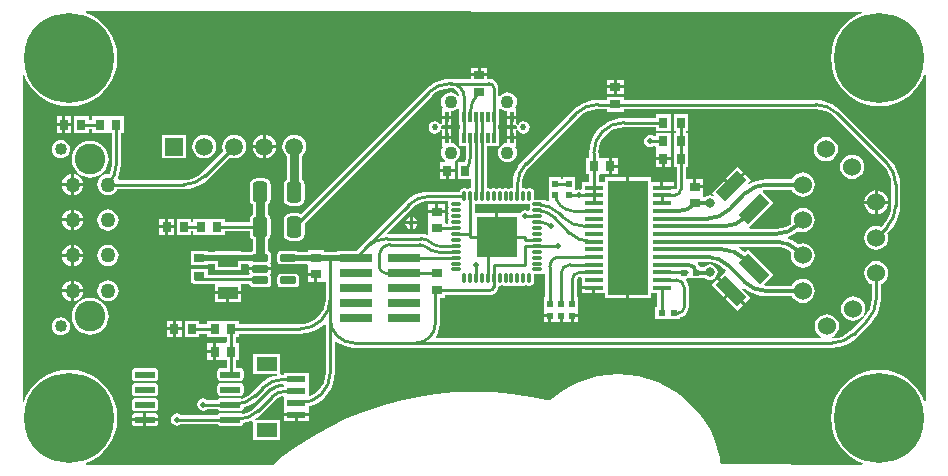
<source format=gtl>
G04*
G04 #@! TF.GenerationSoftware,Altium Limited,CircuitStudio,1.5.2 (30)*
G04*
G04 Layer_Physical_Order=1*
G04 Layer_Color=11767835*
%FSLAX25Y25*%
%MOIN*%
G70*
G01*
G75*
%ADD10C,0.01000*%
%ADD11C,0.01378*%
%ADD12R,0.10866X0.02559*%
%ADD13R,0.03150X0.03543*%
G04:AMPARAMS|DCode=14|XSize=67.72mil|YSize=23.23mil|CornerRadius=2.9mil|HoleSize=0mil|Usage=FLASHONLY|Rotation=0.000|XOffset=0mil|YOffset=0mil|HoleType=Round|Shape=RoundedRectangle|*
%AMROUNDEDRECTD14*
21,1,0.06772,0.01742,0,0,0.0*
21,1,0.06191,0.02323,0,0,0.0*
1,1,0.00581,0.03096,-0.00871*
1,1,0.00581,-0.03096,-0.00871*
1,1,0.00581,-0.03096,0.00871*
1,1,0.00581,0.03096,0.00871*
%
%ADD14ROUNDEDRECTD14*%
%ADD15R,0.01181X0.03425*%
%ADD16R,0.02756X0.03543*%
G04:AMPARAMS|DCode=17|XSize=102.36mil|YSize=43.31mil|CornerRadius=0mil|HoleSize=0mil|Usage=FLASHONLY|Rotation=315.000|XOffset=0mil|YOffset=0mil|HoleType=Round|Shape=Rectangle|*
%AMROTATEDRECTD17*
4,1,4,-0.05150,0.02088,-0.02088,0.05150,0.05150,-0.02088,0.02088,-0.05150,-0.05150,0.02088,0.0*
%
%ADD17ROTATEDRECTD17*%

G04:AMPARAMS|DCode=18|XSize=102.36mil|YSize=43.31mil|CornerRadius=0mil|HoleSize=0mil|Usage=FLASHONLY|Rotation=225.000|XOffset=0mil|YOffset=0mil|HoleType=Round|Shape=Rectangle|*
%AMROTATEDRECTD18*
4,1,4,0.02088,0.05150,0.05150,0.02088,-0.02088,-0.05150,-0.05150,-0.02088,0.02088,0.05150,0.0*
%
%ADD18ROTATEDRECTD18*%

%ADD19R,0.13386X0.38189*%
%ADD20R,0.06181X0.01614*%
%ADD21R,0.01969X0.02362*%
%ADD22R,0.03543X0.02756*%
%ADD23R,0.03543X0.03150*%
G04:AMPARAMS|DCode=24|XSize=71.65mil|YSize=48.82mil|CornerRadius=12.21mil|HoleSize=0mil|Usage=FLASHONLY|Rotation=90.000|XOffset=0mil|YOffset=0mil|HoleType=Round|Shape=RoundedRectangle|*
%AMROUNDEDRECTD24*
21,1,0.07165,0.02441,0,0,90.0*
21,1,0.04724,0.04882,0,0,90.0*
1,1,0.02441,0.01221,0.02362*
1,1,0.02441,0.01221,-0.02362*
1,1,0.02441,-0.01221,-0.02362*
1,1,0.02441,-0.01221,0.02362*
%
%ADD24ROUNDEDRECTD24*%
%ADD25R,0.06693X0.04331*%
%ADD26R,0.13780X0.13780*%
G04:AMPARAMS|DCode=27|XSize=31.89mil|YSize=10.24mil|CornerRadius=1.28mil|HoleSize=0mil|Usage=FLASHONLY|Rotation=90.000|XOffset=0mil|YOffset=0mil|HoleType=Round|Shape=RoundedRectangle|*
%AMROUNDEDRECTD27*
21,1,0.03189,0.00768,0,0,90.0*
21,1,0.02933,0.01024,0,0,90.0*
1,1,0.00256,0.00384,0.01467*
1,1,0.00256,0.00384,-0.01467*
1,1,0.00256,-0.00384,-0.01467*
1,1,0.00256,-0.00384,0.01467*
%
%ADD27ROUNDEDRECTD27*%
G04:AMPARAMS|DCode=28|XSize=10.24mil|YSize=31.89mil|CornerRadius=1.28mil|HoleSize=0mil|Usage=FLASHONLY|Rotation=90.000|XOffset=0mil|YOffset=0mil|HoleType=Round|Shape=RoundedRectangle|*
%AMROUNDEDRECTD28*
21,1,0.01024,0.02933,0,0,90.0*
21,1,0.00768,0.03189,0,0,90.0*
1,1,0.00256,0.01467,0.00384*
1,1,0.00256,0.01467,-0.00384*
1,1,0.00256,-0.01467,-0.00384*
1,1,0.00256,-0.01467,0.00384*
%
%ADD28ROUNDEDRECTD28*%
G04:AMPARAMS|DCode=29|XSize=23.62mil|YSize=53.15mil|CornerRadius=1.77mil|HoleSize=0mil|Usage=FLASHONLY|Rotation=270.000|XOffset=0mil|YOffset=0mil|HoleType=Round|Shape=RoundedRectangle|*
%AMROUNDEDRECTD29*
21,1,0.02362,0.04961,0,0,270.0*
21,1,0.02008,0.05315,0,0,270.0*
1,1,0.00354,-0.02480,-0.01004*
1,1,0.00354,-0.02480,0.01004*
1,1,0.00354,0.02480,0.01004*
1,1,0.00354,0.02480,-0.01004*
%
%ADD29ROUNDEDRECTD29*%
%ADD30R,0.02362X0.01969*%
%ADD31R,0.07087X0.04724*%
%ADD32R,0.06102X0.02362*%
%ADD33C,0.02000*%
%ADD34C,0.03000*%
%ADD35C,0.02047*%
%ADD36C,0.04331*%
%ADD37C,0.06000*%
%ADD38C,0.05906*%
%ADD39R,0.05906X0.05906*%
%ADD40C,0.05000*%
%ADD41C,0.04016*%
%ADD42C,0.10236*%
%ADD43C,0.30000*%
%ADD44C,0.01969*%
%ADD45C,0.04000*%
%ADD46C,0.03150*%
G36*
X468810Y548502D02*
X468909Y548002D01*
X467214Y547300D01*
X465066Y545984D01*
X463151Y544349D01*
X461516Y542434D01*
X460200Y540286D01*
X459236Y537960D01*
X458648Y535511D01*
X458451Y533000D01*
X458648Y530489D01*
X459236Y528041D01*
X460200Y525714D01*
X461516Y523566D01*
X463151Y521651D01*
X465066Y520016D01*
X467214Y518700D01*
X469541Y517736D01*
X471989Y517148D01*
X474500Y516951D01*
X477011Y517148D01*
X479460Y517736D01*
X481786Y518700D01*
X483934Y520016D01*
X485849Y521651D01*
X487484Y523566D01*
X488800Y525714D01*
X489501Y527407D01*
X490001Y527307D01*
Y418693D01*
X489501Y418593D01*
X488800Y420286D01*
X487484Y422434D01*
X485849Y424349D01*
X483934Y425984D01*
X481786Y427300D01*
X479460Y428264D01*
X477011Y428852D01*
X474500Y429049D01*
X471989Y428852D01*
X469541Y428264D01*
X467214Y427300D01*
X465066Y425984D01*
X463151Y424349D01*
X461516Y422434D01*
X460200Y420286D01*
X459236Y417959D01*
X458648Y415511D01*
X458451Y413000D01*
X458648Y410489D01*
X459236Y408040D01*
X460200Y405714D01*
X461516Y403566D01*
X463151Y401651D01*
X465066Y400016D01*
X467214Y398700D01*
X468977Y397970D01*
X468877Y397470D01*
X422099Y397574D01*
Y397574D01*
X422099D01*
X421832Y397702D01*
X421604Y398003D01*
X421603Y398006D01*
X421534Y398475D01*
X421347Y399733D01*
X420524Y403018D01*
X419383Y406207D01*
X417935Y409268D01*
X416194Y412173D01*
X414177Y414893D01*
X411903Y417403D01*
X409393Y419677D01*
X406673Y421694D01*
X403768Y423435D01*
X400706Y424883D01*
X397518Y426024D01*
X394233Y426847D01*
X390882Y427344D01*
X387500Y427510D01*
X384117Y427344D01*
X380767Y426847D01*
X377482Y426024D01*
X374293Y424883D01*
X371232Y423435D01*
X368327Y421694D01*
X365607Y419677D01*
X364806Y418951D01*
X364442Y418869D01*
X364304Y418849D01*
X363843Y418948D01*
X358397Y420117D01*
X352136Y421069D01*
X345830Y421642D01*
X339500Y421834D01*
X333170Y421642D01*
X326864Y421069D01*
X320603Y420117D01*
X314412Y418787D01*
X308312Y417087D01*
X302326Y415021D01*
X296475Y412598D01*
X290781Y409826D01*
X285266Y406715D01*
X279948Y403276D01*
X274847Y399523D01*
X273461Y398368D01*
X273095Y398064D01*
X273095Y398064D01*
D01*
X273061Y397937D01*
X272906Y397584D01*
X272600Y397457D01*
X210082Y397452D01*
X209982Y397953D01*
X211786Y398700D01*
X213934Y400016D01*
X215849Y401651D01*
X217484Y403566D01*
X218800Y405714D01*
X219764Y408040D01*
X220352Y410489D01*
X220549Y413000D01*
X220352Y415511D01*
X219764Y417959D01*
X218800Y420286D01*
X217484Y422434D01*
X215849Y424349D01*
X213934Y425984D01*
X211786Y427300D01*
X209459Y428264D01*
X207011Y428852D01*
X204500Y429049D01*
X201989Y428852D01*
X199540Y428264D01*
X197214Y427300D01*
X195066Y425984D01*
X193151Y424349D01*
X191516Y422434D01*
X190200Y420286D01*
X189453Y418483D01*
X188953Y418582D01*
X188996Y527313D01*
X189496Y527412D01*
X190200Y525714D01*
X191516Y523566D01*
X193151Y521651D01*
X195066Y520016D01*
X197214Y518700D01*
X199540Y517736D01*
X201989Y517148D01*
X204500Y516951D01*
X207011Y517148D01*
X209459Y517736D01*
X211786Y518700D01*
X213934Y520016D01*
X215849Y521651D01*
X217484Y523566D01*
X218800Y525714D01*
X219764Y528041D01*
X220352Y530489D01*
X220549Y533000D01*
X220352Y535511D01*
X219764Y537960D01*
X218800Y540286D01*
X217484Y542434D01*
X215849Y544349D01*
X213934Y545984D01*
X211786Y547300D01*
X209980Y548048D01*
X210079Y548548D01*
X468810Y548502D01*
D02*
G37*
%LPC*%
G36*
X217400Y470711D02*
X216486Y470591D01*
X215635Y470238D01*
X214904Y469677D01*
X214343Y468946D01*
X213990Y468095D01*
X213870Y467181D01*
X213990Y466267D01*
X214343Y465416D01*
X214904Y464685D01*
X215635Y464124D01*
X216486Y463771D01*
X217400Y463651D01*
X218314Y463771D01*
X219165Y464124D01*
X219896Y464685D01*
X220457Y465416D01*
X220810Y466267D01*
X220930Y467181D01*
X220810Y468095D01*
X220457Y468946D01*
X219896Y469677D01*
X219165Y470238D01*
X218314Y470591D01*
X217400Y470711D01*
D02*
G37*
G36*
X286200Y460444D02*
X283928D01*
Y458369D01*
X286200D01*
Y460444D01*
D02*
G37*
G36*
X205100Y470654D02*
X204686Y470600D01*
X203835Y470247D01*
X203104Y469686D01*
X202543Y468955D01*
X202190Y468104D01*
X202136Y467690D01*
X205100D01*
Y470654D01*
D02*
G37*
G36*
X209064Y466690D02*
X206100D01*
Y463726D01*
X206514Y463780D01*
X207365Y464133D01*
X208096Y464694D01*
X208657Y465425D01*
X209010Y466276D01*
X209064Y466690D01*
D02*
G37*
G36*
X205100D02*
X202136D01*
X202190Y466276D01*
X202543Y465425D01*
X203104Y464694D01*
X203835Y464133D01*
X204686Y463780D01*
X205100Y463726D01*
Y466690D01*
D02*
G37*
G36*
X280010Y461148D02*
X275050D01*
X274590Y461057D01*
X274201Y460797D01*
X273941Y460407D01*
X273849Y459948D01*
Y457940D01*
X273941Y457481D01*
X274201Y457092D01*
X274590Y456832D01*
X275050Y456740D01*
X280010D01*
X280470Y456832D01*
X280859Y457092D01*
X281119Y457481D01*
X281211Y457940D01*
Y459948D01*
X281119Y460407D01*
X280859Y460797D01*
X280470Y461057D01*
X280010Y461148D01*
D02*
G37*
G36*
X378901Y455966D02*
X375310D01*
Y454659D01*
X378901D01*
Y455966D01*
D02*
G37*
G36*
X420562Y459214D02*
X418677Y457330D01*
X422650Y453357D01*
X424535Y455242D01*
X420562Y459214D01*
D02*
G37*
G36*
X209064Y454870D02*
X206100D01*
Y451906D01*
X206514Y451960D01*
X207365Y452313D01*
X208096Y452874D01*
X208657Y453605D01*
X209010Y454456D01*
X209064Y454870D01*
D02*
G37*
G36*
X250672Y462700D02*
X245129D01*
Y459896D01*
X245087Y459832D01*
X244971Y459247D01*
X245087Y458662D01*
X245129Y458599D01*
Y457944D01*
X245751D01*
X245915Y457834D01*
X246500Y457718D01*
X253054D01*
Y455310D01*
X261747D01*
Y457718D01*
X264564D01*
X264611Y457481D01*
X264871Y457092D01*
X265260Y456832D01*
X265720Y456740D01*
X270680D01*
X271140Y456832D01*
X271529Y457092D01*
X271789Y457481D01*
X271881Y457940D01*
Y459948D01*
X271789Y460407D01*
X271529Y460797D01*
Y460832D01*
X271789Y461221D01*
X271881Y461681D01*
Y462184D01*
X268200D01*
X264519D01*
Y461681D01*
X264600Y461277D01*
X264573Y461166D01*
X264306Y460777D01*
X250672D01*
Y462700D01*
D02*
G37*
G36*
X206100Y458834D02*
Y455870D01*
X209064D01*
X209010Y456284D01*
X208657Y457135D01*
X208096Y457866D01*
X207365Y458427D01*
X206514Y458780D01*
X206100Y458834D01*
D02*
G37*
G36*
X205100Y458834D02*
X204686Y458780D01*
X203835Y458427D01*
X203104Y457866D01*
X202543Y457135D01*
X202190Y456284D01*
X202136Y455870D01*
X205100D01*
Y458834D01*
D02*
G37*
G36*
X206100Y470654D02*
Y467690D01*
X209064D01*
X209010Y468104D01*
X208657Y468955D01*
X208096Y469686D01*
X207365Y470247D01*
X206514Y470600D01*
X206100Y470654D01*
D02*
G37*
G36*
X205100Y482474D02*
X204686Y482420D01*
X203835Y482067D01*
X203104Y481506D01*
X202543Y480775D01*
X202190Y479924D01*
X202136Y479510D01*
X205100D01*
Y482474D01*
D02*
G37*
G36*
X269421Y492972D02*
X266980D01*
X266113Y492800D01*
X265379Y492309D01*
X264888Y491574D01*
X264716Y490708D01*
Y485984D01*
X264888Y485117D01*
X265379Y484383D01*
X265651Y484201D01*
Y480847D01*
X265379Y480665D01*
X264888Y479931D01*
X264716Y479064D01*
Y478232D01*
X256453D01*
Y479474D01*
X251441D01*
X251303Y479474D01*
X251122D01*
X250941D01*
X250803Y479474D01*
X245791D01*
Y478232D01*
X245231D01*
Y479474D01*
X240475D01*
Y473931D01*
X245231D01*
Y475173D01*
X245791D01*
Y473931D01*
X250803D01*
X250941Y473931D01*
X251122D01*
X251303D01*
X251441Y473931D01*
X256453D01*
Y475173D01*
X264716D01*
Y474340D01*
X264888Y473474D01*
X265379Y472740D01*
X265651Y472557D01*
Y468615D01*
X265260Y468537D01*
X265150Y468464D01*
X261747D01*
Y468605D01*
X253054D01*
Y468464D01*
X250672D01*
Y468605D01*
X245129D01*
Y463849D01*
X250672D01*
Y464385D01*
X253054D01*
Y462275D01*
X261747D01*
Y464385D01*
X264214D01*
X264559Y463885D01*
X264519Y463688D01*
Y463184D01*
X268200D01*
X271881D01*
Y463688D01*
X271789Y464148D01*
X271529Y464537D01*
Y464572D01*
X271789Y464961D01*
X271881Y465420D01*
Y467428D01*
X271789Y467887D01*
X271529Y468277D01*
X271140Y468537D01*
X270749Y468615D01*
Y472557D01*
X271021Y472740D01*
X271512Y473474D01*
X271685Y474340D01*
Y479064D01*
X271512Y479931D01*
X271021Y480665D01*
X270749Y480847D01*
Y484201D01*
X271021Y484383D01*
X271512Y485117D01*
X271685Y485984D01*
Y490708D01*
X271512Y491574D01*
X271021Y492309D01*
X270287Y492800D01*
X269421Y492972D01*
D02*
G37*
G36*
X239325Y479474D02*
X237447D01*
Y477202D01*
X239325D01*
Y479474D01*
D02*
G37*
G36*
X477469Y484411D02*
X474000D01*
Y480942D01*
X474544Y481014D01*
X475517Y481417D01*
X476353Y482058D01*
X476994Y482894D01*
X477397Y483867D01*
X477469Y484411D01*
D02*
G37*
G36*
X473000D02*
X469531D01*
X469603Y483867D01*
X470006Y482894D01*
X470647Y482058D01*
X471483Y481417D01*
X472456Y481014D01*
X473000Y480942D01*
Y484411D01*
D02*
G37*
G36*
X206100Y482474D02*
Y479510D01*
X209064D01*
X209010Y479924D01*
X208657Y480775D01*
X208096Y481506D01*
X207365Y482067D01*
X206514Y482420D01*
X206100Y482474D01*
D02*
G37*
G36*
X217400Y482522D02*
X216486Y482402D01*
X215635Y482049D01*
X214904Y481488D01*
X214343Y480757D01*
X213990Y479906D01*
X213870Y478992D01*
X213990Y478078D01*
X214343Y477227D01*
X214904Y476496D01*
X215635Y475935D01*
X216486Y475582D01*
X217400Y475462D01*
X218314Y475582D01*
X219165Y475935D01*
X219896Y476496D01*
X220457Y477227D01*
X220810Y478078D01*
X220930Y478992D01*
X220810Y479906D01*
X220457Y480757D01*
X219896Y481488D01*
X219165Y482049D01*
X218314Y482402D01*
X217400Y482522D01*
D02*
G37*
G36*
X239325Y476202D02*
X237447D01*
Y473931D01*
X239325D01*
Y476202D01*
D02*
G37*
G36*
X236447D02*
X234569D01*
Y473931D01*
X236447D01*
Y476202D01*
D02*
G37*
G36*
Y479474D02*
X234569D01*
Y477202D01*
X236447D01*
Y479474D01*
D02*
G37*
G36*
X209064Y478510D02*
X206100D01*
Y475546D01*
X206514Y475600D01*
X207365Y475953D01*
X208096Y476514D01*
X208657Y477245D01*
X209010Y478096D01*
X209064Y478510D01*
D02*
G37*
G36*
X205100D02*
X202136D01*
X202190Y478096D01*
X202543Y477245D01*
X203104Y476514D01*
X203835Y475953D01*
X204686Y475600D01*
X205100Y475546D01*
Y478510D01*
D02*
G37*
G36*
Y454870D02*
X202136D01*
X202190Y454456D01*
X202543Y453605D01*
X203104Y452874D01*
X203835Y452313D01*
X204686Y451960D01*
X205100Y451906D01*
Y454870D01*
D02*
G37*
G36*
X261348Y424687D02*
X255156D01*
X254653Y424587D01*
X254226Y424301D01*
X253941Y423875D01*
X253841Y423371D01*
Y421629D01*
X253941Y421125D01*
X254226Y420699D01*
X254653Y420413D01*
X255156Y420313D01*
X261348D01*
X261851Y420413D01*
X262278Y420699D01*
X262563Y421125D01*
X262663Y421629D01*
Y423371D01*
X262563Y423875D01*
X262278Y424301D01*
X261851Y424587D01*
X261348Y424687D01*
D02*
G37*
G36*
X232844D02*
X226652D01*
X226149Y424587D01*
X225722Y424301D01*
X225437Y423875D01*
X225337Y423371D01*
Y421629D01*
X225437Y421125D01*
X225722Y420699D01*
X226149Y420413D01*
X226652Y420313D01*
X232844D01*
X233347Y420413D01*
X233774Y420699D01*
X234059Y421125D01*
X234159Y421629D01*
Y423371D01*
X234059Y423875D01*
X233774Y424301D01*
X233347Y424587D01*
X232844Y424687D01*
D02*
G37*
G36*
Y419687D02*
X226652D01*
X226149Y419587D01*
X225722Y419301D01*
X225437Y418875D01*
X225337Y418371D01*
Y416629D01*
X225437Y416125D01*
X225722Y415699D01*
X226149Y415413D01*
X226652Y415313D01*
X232844D01*
X233347Y415413D01*
X233774Y415699D01*
X234059Y416125D01*
X234159Y416629D01*
Y418371D01*
X234059Y418875D01*
X233774Y419301D01*
X233347Y419587D01*
X232844Y419687D01*
D02*
G37*
G36*
X252444Y437872D02*
X250369D01*
Y435600D01*
X252444D01*
Y437872D01*
D02*
G37*
G36*
Y434600D02*
X250369D01*
Y432328D01*
X252444D01*
Y434600D01*
D02*
G37*
G36*
X232844Y429687D02*
X226652D01*
X226149Y429587D01*
X225722Y429301D01*
X225437Y428875D01*
X225337Y428371D01*
Y426629D01*
X225437Y426125D01*
X225722Y425699D01*
X226149Y425413D01*
X226652Y425313D01*
X232844D01*
X233347Y425413D01*
X233774Y425699D01*
X234059Y426125D01*
X234159Y426629D01*
Y428371D01*
X234059Y428875D01*
X233774Y429301D01*
X233347Y429587D01*
X232844Y429687D01*
D02*
G37*
G36*
X279717Y413594D02*
X276166D01*
Y411913D01*
X279717D01*
Y413594D01*
D02*
G37*
G36*
X234159Y412000D02*
X230248D01*
Y410313D01*
X232844D01*
X233347Y410413D01*
X233774Y410699D01*
X234059Y411125D01*
X234159Y411629D01*
Y412000D01*
D02*
G37*
G36*
X229248D02*
X225337D01*
Y411629D01*
X225437Y411125D01*
X225722Y410699D01*
X226149Y410413D01*
X226652Y410313D01*
X229248D01*
Y412000D01*
D02*
G37*
G36*
X232844Y414687D02*
X230248D01*
Y413000D01*
X234159D01*
Y413371D01*
X234059Y413875D01*
X233774Y414301D01*
X233347Y414587D01*
X232844Y414687D01*
D02*
G37*
G36*
X229248D02*
X226652D01*
X226149Y414587D01*
X225722Y414301D01*
X225437Y413875D01*
X225337Y413371D01*
Y413000D01*
X229248D01*
Y414687D01*
D02*
G37*
G36*
X284268Y413594D02*
X280717D01*
Y411913D01*
X284268D01*
Y413594D01*
D02*
G37*
G36*
X239047Y442200D02*
X237169D01*
Y439928D01*
X239047D01*
Y442200D01*
D02*
G37*
G36*
X425242Y454535D02*
X423357Y452650D01*
X427330Y448677D01*
X429214Y450562D01*
X425242Y454535D01*
D02*
G37*
G36*
X465783Y453512D02*
X464739Y453375D01*
X463766Y452972D01*
X462931Y452331D01*
X462289Y451495D01*
X461886Y450522D01*
X461749Y449478D01*
X461886Y448434D01*
X462289Y447461D01*
X462931Y446625D01*
X463766Y445984D01*
X464739Y445581D01*
X465783Y445443D01*
X466828Y445581D01*
X467801Y445984D01*
X468636Y446625D01*
X469277Y447461D01*
X469681Y448434D01*
X469818Y449478D01*
X469681Y450522D01*
X469277Y451495D01*
X468636Y452331D01*
X467801Y452972D01*
X466828Y453375D01*
X465783Y453512D01*
D02*
G37*
G36*
X374184Y446632D02*
X372700D01*
Y444950D01*
X374184D01*
Y446632D01*
D02*
G37*
G36*
X217400Y458900D02*
X216486Y458780D01*
X215635Y458427D01*
X214904Y457866D01*
X214343Y457135D01*
X213990Y456284D01*
X213870Y455370D01*
X213990Y454456D01*
X214343Y453605D01*
X214904Y452874D01*
X215635Y452313D01*
X216486Y451960D01*
X217400Y451840D01*
X218314Y451960D01*
X219165Y452313D01*
X219896Y452874D01*
X220457Y453605D01*
X220810Y454456D01*
X220930Y455370D01*
X220810Y456284D01*
X220457Y457135D01*
X219896Y457866D01*
X219165Y458427D01*
X218314Y458780D01*
X217400Y458900D01*
D02*
G37*
G36*
X261747Y454310D02*
X257901D01*
Y451645D01*
X261747D01*
Y454310D01*
D02*
G37*
G36*
X256901D02*
X253054D01*
Y451645D01*
X256901D01*
Y454310D01*
D02*
G37*
G36*
X211500Y453067D02*
X210301Y452949D01*
X209147Y452599D01*
X208085Y452031D01*
X207153Y451266D01*
X206388Y450334D01*
X205820Y449272D01*
X205470Y448118D01*
X205352Y446919D01*
X205470Y445720D01*
X205820Y444566D01*
X206388Y443504D01*
X207153Y442572D01*
X208085Y441807D01*
X209147Y441239D01*
X210301Y440889D01*
X211500Y440771D01*
X212699Y440889D01*
X213853Y441239D01*
X214915Y441807D01*
X215847Y442572D01*
X216612Y443504D01*
X217180Y444566D01*
X217530Y445720D01*
X217648Y446919D01*
X217530Y448118D01*
X217180Y449272D01*
X216612Y450334D01*
X215847Y451266D01*
X214915Y452031D01*
X213853Y452599D01*
X212699Y452949D01*
X211500Y453067D01*
D02*
G37*
G36*
X201731Y446606D02*
X200945Y446503D01*
X200214Y446200D01*
X199585Y445718D01*
X199103Y445089D01*
X198800Y444358D01*
X198697Y443573D01*
X198800Y442787D01*
X199103Y442056D01*
X199585Y441427D01*
X200214Y440945D01*
X200945Y440642D01*
X201731Y440539D01*
X202516Y440642D01*
X203248Y440945D01*
X203876Y441427D01*
X204358Y442056D01*
X204661Y442787D01*
X204765Y443573D01*
X204661Y444358D01*
X204358Y445089D01*
X203876Y445718D01*
X203248Y446200D01*
X202516Y446503D01*
X201731Y446606D01*
D02*
G37*
G36*
X241925Y442200D02*
X240047D01*
Y439928D01*
X241925D01*
Y442200D01*
D02*
G37*
G36*
X364200Y446632D02*
X362716D01*
Y444950D01*
X364200D01*
Y446632D01*
D02*
G37*
G36*
X241925Y445472D02*
X240047D01*
Y443200D01*
X241925D01*
Y445472D01*
D02*
G37*
G36*
X239047D02*
X237169D01*
Y443200D01*
X239047D01*
Y445472D01*
D02*
G37*
G36*
X404925Y508118D02*
X400169D01*
Y506875D01*
X399383D01*
X398874Y507215D01*
X398100Y507369D01*
X397326Y507215D01*
X396669Y506777D01*
X396231Y506120D01*
X396077Y505346D01*
X396231Y504572D01*
X396669Y503915D01*
X397326Y503477D01*
X398100Y503323D01*
X398874Y503477D01*
X399383Y503817D01*
X399816D01*
X400169Y503463D01*
Y502618D01*
X400169Y502574D01*
Y502346D01*
X400169Y502118D01*
X400169Y502074D01*
Y499846D01*
X402547D01*
X404925D01*
Y502074D01*
X404925Y502118D01*
Y502346D01*
X404925Y502574D01*
X404925Y502618D01*
Y508118D01*
D02*
G37*
G36*
X270038Y507421D02*
Y504000D01*
X273459D01*
X273389Y504532D01*
X272991Y505493D01*
X272357Y506319D01*
X271531Y506953D01*
X270570Y507351D01*
X270038Y507421D01*
D02*
G37*
G36*
X269038D02*
X268506Y507351D01*
X267545Y506953D01*
X266719Y506319D01*
X266085Y505493D01*
X265687Y504532D01*
X265617Y504000D01*
X269038D01*
Y507421D01*
D02*
G37*
G36*
X330773Y509206D02*
Y506994D01*
X331863D01*
Y509206D01*
X330773D01*
D02*
G37*
G36*
X205025Y510300D02*
X203147D01*
Y508028D01*
X205025D01*
Y510300D01*
D02*
G37*
G36*
X202147D02*
X200269D01*
Y508028D01*
X202147D01*
Y510300D01*
D02*
G37*
G36*
X351427Y509206D02*
X350337D01*
Y506994D01*
X351427D01*
Y509206D01*
D02*
G37*
G36*
X249538Y507487D02*
X248506Y507351D01*
X247545Y506953D01*
X246719Y506319D01*
X246085Y505493D01*
X245687Y504532D01*
X245551Y503500D01*
X245687Y502468D01*
X246085Y501507D01*
X246719Y500681D01*
X247545Y500047D01*
X248506Y499649D01*
X249538Y499513D01*
X250570Y499649D01*
X251531Y500047D01*
X252357Y500681D01*
X252991Y501507D01*
X253389Y502468D01*
X253525Y503500D01*
X253389Y504532D01*
X252991Y505493D01*
X252357Y506319D01*
X251531Y506953D01*
X250570Y507351D01*
X249538Y507487D01*
D02*
G37*
G36*
X456716Y506662D02*
X455672Y506525D01*
X454699Y506122D01*
X453864Y505480D01*
X453223Y504645D01*
X452819Y503672D01*
X452682Y502628D01*
X452819Y501583D01*
X453223Y500610D01*
X453864Y499775D01*
X454699Y499134D01*
X455672Y498731D01*
X456716Y498593D01*
X457761Y498731D01*
X458734Y499134D01*
X459569Y499775D01*
X460211Y500610D01*
X460613Y501583D01*
X460751Y502628D01*
X460613Y503672D01*
X460211Y504645D01*
X459569Y505480D01*
X458734Y506122D01*
X457761Y506525D01*
X456716Y506662D01*
D02*
G37*
G36*
X353518Y505994D02*
X350337D01*
Y504600D01*
X349723Y504519D01*
X348953Y504200D01*
X348291Y503693D01*
X347784Y503031D01*
X347465Y502261D01*
X347356Y501435D01*
X347465Y500609D01*
X347784Y499839D01*
X348291Y499177D01*
X348953Y498670D01*
X349723Y498351D01*
X350549Y498242D01*
X351375Y498351D01*
X352145Y498670D01*
X352807Y499177D01*
X353314Y499839D01*
X353633Y500609D01*
X353742Y501435D01*
X353633Y502261D01*
X353314Y503031D01*
X353122Y503281D01*
X353369Y503782D01*
X353518D01*
Y505994D01*
D02*
G37*
G36*
X243491Y507453D02*
X235585D01*
Y499547D01*
X243491D01*
Y507453D01*
D02*
G37*
G36*
X201732Y505661D02*
X200947Y505558D01*
X200215Y505255D01*
X199587Y504773D01*
X199105Y504144D01*
X198802Y503413D01*
X198698Y502628D01*
X198802Y501842D01*
X199105Y501111D01*
X199587Y500482D01*
X200215Y500000D01*
X200947Y499697D01*
X201732Y499594D01*
X202517Y499697D01*
X203249Y500000D01*
X203877Y500482D01*
X204360Y501111D01*
X204663Y501842D01*
X204766Y502628D01*
X204663Y503413D01*
X204360Y504144D01*
X203877Y504773D01*
X203249Y505255D01*
X202517Y505558D01*
X201732Y505661D01*
D02*
G37*
G36*
X273459Y503000D02*
X270038D01*
Y499579D01*
X270570Y499649D01*
X271531Y500047D01*
X272357Y500681D01*
X272991Y501507D01*
X273389Y502468D01*
X273459Y503000D01*
D02*
G37*
G36*
X269038D02*
X265617D01*
X265687Y502468D01*
X266085Y501507D01*
X266719Y500681D01*
X267545Y500047D01*
X268506Y499649D01*
X269038Y499579D01*
Y503000D01*
D02*
G37*
G36*
X386000Y525831D02*
X383728D01*
Y523953D01*
X386000D01*
Y525831D01*
D02*
G37*
G36*
X389272Y522953D02*
X387000D01*
Y521075D01*
X389272D01*
Y522953D01*
D02*
G37*
G36*
X386000D02*
X383728D01*
Y521075D01*
X386000D01*
Y522953D01*
D02*
G37*
G36*
X389272Y525831D02*
X387000D01*
Y523953D01*
X389272D01*
Y525831D01*
D02*
G37*
G36*
X343872Y529831D02*
X341600D01*
Y527953D01*
X343872D01*
Y529831D01*
D02*
G37*
G36*
X340600D02*
X338328D01*
Y527953D01*
X340600D01*
Y529831D01*
D02*
G37*
G36*
X343872Y526953D02*
X338328D01*
Y526029D01*
X332000D01*
X331503Y526030D01*
X331478Y526035D01*
X331478Y526035D01*
Y526035D01*
X331013Y525999D01*
X329673Y525893D01*
X327913Y525471D01*
X326241Y524778D01*
X324697Y523832D01*
X323321Y522657D01*
X323325Y522652D01*
X281747Y481074D01*
X281625Y481156D01*
X280759Y481328D01*
X278317D01*
X277451Y481156D01*
X276717Y480665D01*
X276226Y479931D01*
X276054Y479064D01*
Y474340D01*
X276226Y473474D01*
X276717Y472740D01*
X277451Y472249D01*
X278317Y472076D01*
X280759D01*
X281625Y472249D01*
X282359Y472740D01*
X282850Y473474D01*
X283022Y474340D01*
Y478024D01*
X325488Y520490D01*
X325527Y520547D01*
X326760Y521560D01*
X328228Y522344D01*
X329821Y522828D01*
X331410Y522984D01*
X331478Y522971D01*
X331549D01*
X332317Y522869D01*
X333078Y522554D01*
X333732Y522053D01*
X334233Y521399D01*
X334548Y520638D01*
X334553Y520605D01*
X334074Y520406D01*
X333909Y520623D01*
X333247Y521130D01*
X332477Y521449D01*
X331651Y521558D01*
X330825Y521449D01*
X330054Y521130D01*
X329393Y520623D01*
X328886Y519962D01*
X328567Y519191D01*
X328458Y518365D01*
X328567Y517539D01*
X328886Y516769D01*
X329078Y516518D01*
X328831Y516018D01*
X328682D01*
Y513806D01*
X331863D01*
Y515200D01*
X332477Y515281D01*
X333247Y515600D01*
X333909Y516107D01*
X334525Y516089D01*
X334589Y516018D01*
Y510594D01*
X334650D01*
Y509206D01*
X334589D01*
Y503782D01*
X336618D01*
Y499590D01*
X336627Y499542D01*
X336488Y498485D01*
X336400Y498272D01*
X334075D01*
Y492728D01*
X338555D01*
Y489569D01*
X338526Y489545D01*
X337758D01*
X337318Y489458D01*
X337158Y489351D01*
X336997Y489458D01*
X336557Y489545D01*
X335789D01*
X335349Y489458D01*
X334976Y489209D01*
X334727Y488835D01*
X334651Y488458D01*
X324662D01*
Y488464D01*
X322858Y488322D01*
X321098Y487900D01*
X319425Y487207D01*
X317882Y486261D01*
X316506Y485086D01*
X316506Y485086D01*
D01*
Y485077D01*
X302734Y471306D01*
X302734D01*
X302734Y471306D01*
X302377Y470957D01*
X302381Y470953D01*
X302083Y470654D01*
X300164Y468735D01*
X293614D01*
Y468495D01*
X289472D01*
Y469031D01*
X283928D01*
Y468495D01*
X280533D01*
X280470Y468537D01*
X280010Y468628D01*
X275050D01*
X274590Y468537D01*
X274201Y468277D01*
X273941Y467887D01*
X273849Y467428D01*
Y465420D01*
X273941Y464961D01*
X274201Y464572D01*
X274590Y464312D01*
X275050Y464220D01*
X280010D01*
X280470Y464312D01*
X280627Y464417D01*
X283575D01*
X283786Y464206D01*
X283928Y463917D01*
Y463881D01*
Y463700D01*
Y463519D01*
X283928Y463381D01*
Y461444D01*
X286700D01*
Y460944D01*
X287200D01*
Y458369D01*
X288972D01*
X289468Y458369D01*
X289472Y458369D01*
X289472D01*
X289677Y458368D01*
X289968Y458367D01*
X289971Y457869D01*
Y452494D01*
X289828Y451044D01*
X289345Y449451D01*
X288560Y447983D01*
X287504Y446696D01*
X286217Y445640D01*
X284749Y444855D01*
X283156Y444372D01*
X281568Y444216D01*
X281500Y444229D01*
X261031D01*
Y445472D01*
X256019D01*
X255881Y445472D01*
X255700D01*
X255519D01*
X255381Y445472D01*
X250369D01*
Y444229D01*
X247831D01*
Y445472D01*
X243075D01*
Y439928D01*
X247831D01*
Y441171D01*
X250369D01*
Y439928D01*
X255381D01*
X255519Y439928D01*
X255700D01*
X255881D01*
X256019Y439928D01*
X256926D01*
Y438225D01*
X256573Y437872D01*
X256019D01*
X255881Y437872D01*
X255700D01*
X255519D01*
X255381Y437872D01*
X253444D01*
Y435100D01*
Y432328D01*
X255381D01*
X255519Y432328D01*
X255700D01*
X255881D01*
X256019Y432328D01*
X256926D01*
Y429687D01*
X255156D01*
X254653Y429587D01*
X254226Y429301D01*
X253941Y428875D01*
X253841Y428371D01*
Y426629D01*
X253941Y426125D01*
X254226Y425699D01*
X254653Y425413D01*
X255156Y425313D01*
X261348D01*
X261851Y425413D01*
X262278Y425699D01*
X262563Y426125D01*
X262663Y426629D01*
Y428371D01*
X262563Y428875D01*
X262278Y429301D01*
X261851Y429587D01*
X261348Y429687D01*
X259985D01*
Y432328D01*
X261031D01*
Y437872D01*
X259985D01*
Y439928D01*
X261031D01*
Y441171D01*
X281500D01*
Y441164D01*
X283305Y441306D01*
X285065Y441729D01*
X286737Y442422D01*
X288280Y443367D01*
X289471Y444384D01*
X289971Y444153D01*
Y428031D01*
X289984Y427963D01*
X289828Y426374D01*
X289345Y424782D01*
X288560Y423314D01*
X287504Y422027D01*
X286217Y420971D01*
X284749Y420186D01*
X284268Y420563D01*
Y423725D01*
Y428087D01*
X276166D01*
Y427893D01*
X276048Y427442D01*
X275201Y427375D01*
X274819Y427846D01*
Y434386D01*
X265733D01*
Y427662D01*
X273611D01*
X273671Y427162D01*
X272483Y426877D01*
X270811Y426184D01*
X269268Y425239D01*
X267891Y424063D01*
X267896Y424058D01*
X265348Y421510D01*
X265309Y421453D01*
X264075Y420440D01*
X262607Y419655D01*
X262016Y419476D01*
X261851Y419587D01*
X261348Y419687D01*
X255156D01*
X254653Y419587D01*
X254226Y419301D01*
X254044Y419029D01*
X250483D01*
X249974Y419369D01*
X249200Y419523D01*
X248426Y419369D01*
X247769Y418931D01*
X247331Y418274D01*
X247177Y417500D01*
X247331Y416726D01*
X247769Y416069D01*
X248426Y415631D01*
X249200Y415477D01*
X249974Y415631D01*
X250483Y415971D01*
X254044D01*
X254226Y415699D01*
X254653Y415413D01*
X255156Y415313D01*
X261348D01*
X261851Y415413D01*
X262278Y415699D01*
X262563Y416125D01*
X262629Y416459D01*
X262923Y416529D01*
X264595Y417222D01*
X266138Y418167D01*
X267515Y419343D01*
X267510Y419347D01*
X270058Y421896D01*
X270097Y421953D01*
X271331Y422966D01*
X272799Y423751D01*
X274392Y424234D01*
X275666Y424359D01*
X276166Y423966D01*
Y423725D01*
Y423451D01*
X275142Y423350D01*
X273592Y422880D01*
X272163Y422116D01*
X270911Y421089D01*
X270918Y421081D01*
X266348Y416510D01*
X266309Y416453D01*
X265075Y415440D01*
X263607Y414655D01*
X262305Y414260D01*
X262278Y414301D01*
X261851Y414587D01*
X261348Y414687D01*
X255156D01*
X254653Y414587D01*
X254226Y414301D01*
X254044Y414029D01*
X241683D01*
X241174Y414369D01*
X240400Y414523D01*
X239626Y414369D01*
X238969Y413931D01*
X238531Y413274D01*
X238377Y412500D01*
X238531Y411726D01*
X238969Y411069D01*
X239626Y410631D01*
X240400Y410477D01*
X241174Y410631D01*
X241683Y410971D01*
X254044D01*
X254226Y410699D01*
X254653Y410413D01*
X255156Y410313D01*
X261348D01*
X261851Y410413D01*
X262278Y410699D01*
X262563Y411125D01*
X262579Y411206D01*
X263923Y411529D01*
X265232Y412072D01*
X265733Y411737D01*
Y405614D01*
X274819D01*
Y412338D01*
X266706D01*
X266570Y412819D01*
X267138Y413167D01*
X268515Y414343D01*
X268510Y414348D01*
X273081Y418919D01*
X273123Y418980D01*
X274145Y419765D01*
X275403Y420286D01*
X275790Y420337D01*
X276166Y420007D01*
Y419788D01*
Y415850D01*
Y414594D01*
X280217D01*
X284268D01*
Y415850D01*
Y416869D01*
X285065Y417060D01*
X286737Y417753D01*
X288280Y418699D01*
X289657Y419874D01*
X290832Y421251D01*
X291778Y422794D01*
X292471Y424466D01*
X292894Y426226D01*
X293036Y428031D01*
X293029D01*
Y438436D01*
X293481Y438650D01*
X294197Y438063D01*
X295847Y437181D01*
X297638Y436637D01*
X299500Y436454D01*
Y436471D01*
X320000D01*
Y436461D01*
X320095Y436471D01*
X458858D01*
Y436464D01*
X460662Y436606D01*
X462423Y437029D01*
X464095Y437722D01*
X465638Y438667D01*
X467015Y439843D01*
X467010Y439847D01*
X471653Y444490D01*
X471657Y444485D01*
X472832Y445862D01*
X473778Y447405D01*
X474471Y449077D01*
X474894Y450838D01*
X475035Y452642D01*
X475029D01*
Y457593D01*
X475517Y457795D01*
X476353Y458436D01*
X476994Y459272D01*
X477397Y460245D01*
X477534Y461289D01*
X477397Y462333D01*
X476994Y463306D01*
X476353Y464142D01*
X475517Y464783D01*
X474544Y465186D01*
X473500Y465323D01*
X472456Y465186D01*
X471483Y464783D01*
X470647Y464142D01*
X470006Y463306D01*
X469603Y462333D01*
X469465Y461289D01*
X469603Y460245D01*
X470006Y459272D01*
X470647Y458436D01*
X471483Y457795D01*
X471971Y457593D01*
Y452642D01*
X471984Y452574D01*
X471828Y450986D01*
X471345Y449393D01*
X470560Y447925D01*
X469547Y446691D01*
X469490Y446653D01*
X464847Y442010D01*
X464809Y441953D01*
X463575Y440940D01*
X462107Y440155D01*
X460514Y439672D01*
X459019Y439525D01*
X458896Y440015D01*
X459049Y440078D01*
X459884Y440720D01*
X460526Y441555D01*
X460928Y442528D01*
X461066Y443573D01*
X460928Y444617D01*
X460526Y445590D01*
X459884Y446425D01*
X459049Y447066D01*
X458076Y447470D01*
X457031Y447607D01*
X455987Y447470D01*
X455014Y447066D01*
X454179Y446425D01*
X453537Y445590D01*
X453134Y444617D01*
X452997Y443573D01*
X453134Y442528D01*
X453537Y441555D01*
X454179Y440720D01*
X455014Y440078D01*
X455133Y440029D01*
X455033Y439529D01*
X326855D01*
X326641Y439981D01*
X326684Y440034D01*
X327427Y441424D01*
X327884Y442932D01*
X328039Y444500D01*
X328029D01*
Y453172D01*
X329772D01*
Y454021D01*
X344882D01*
X344983Y454041D01*
X345565Y454118D01*
X346202Y454382D01*
X346749Y454801D01*
X347169Y455348D01*
X347433Y455985D01*
X347460Y456191D01*
X347540Y456643D01*
X347545Y456668D01*
X347547Y456684D01*
X347550Y456694D01*
X347663Y457139D01*
X348070Y457146D01*
X348368D01*
X348554Y457183D01*
X348808Y457234D01*
X348969Y457341D01*
X349129Y457234D01*
X349569Y457146D01*
X350337D01*
X350777Y457234D01*
X350937Y457341D01*
X351097Y457234D01*
X351537Y457146D01*
X352305D01*
X352745Y457234D01*
X352906Y457341D01*
X353066Y457234D01*
X353506Y457146D01*
X354274D01*
X354714Y457234D01*
X354874Y457341D01*
X355034Y457234D01*
X355474Y457146D01*
X356242D01*
X356682Y457234D01*
X356842Y457341D01*
X357003Y457234D01*
X357443Y457146D01*
X358211D01*
X358651Y457234D01*
X359024Y457483D01*
X359274Y457856D01*
X359361Y458296D01*
Y460985D01*
X362050D01*
X362490Y461072D01*
X362671Y461193D01*
X363171Y460951D01*
Y453250D01*
X362716D01*
Y448887D01*
Y447632D01*
X364700D01*
Y447132D01*
X365200D01*
Y444950D01*
X367950D01*
Y447132D01*
X368950D01*
Y444950D01*
X371700D01*
Y447132D01*
X372200D01*
Y447632D01*
X374184D01*
Y448887D01*
Y453250D01*
X373729D01*
Y459200D01*
X373735D01*
X373794Y459493D01*
X373959Y459741D01*
X374113Y459844D01*
X374114Y459844D01*
X374584Y459913D01*
X374584D01*
Y459913D01*
X375075Y459890D01*
X375310Y459786D01*
Y459777D01*
Y457218D01*
Y456966D01*
X379401D01*
Y456466D01*
X379901D01*
Y454659D01*
X383007D01*
Y453006D01*
X390200D01*
Y473100D01*
Y493194D01*
X383007D01*
Y491541D01*
X380930D01*
Y493875D01*
X381284Y494228D01*
X381838D01*
X381976Y494228D01*
X382157D01*
X382338D01*
X382476Y494228D01*
X384413D01*
Y497000D01*
Y499772D01*
X382476D01*
X382338Y499772D01*
X382157D01*
X381976D01*
X381838Y499772D01*
X380930D01*
Y501500D01*
X380917Y501568D01*
X381073Y503156D01*
X381556Y504749D01*
X382341Y506217D01*
X383397Y507504D01*
X384683Y508560D01*
X386152Y509344D01*
X387744Y509828D01*
X389333Y509984D01*
X389401Y509971D01*
X400169D01*
Y508728D01*
X404925D01*
Y514272D01*
X400169D01*
Y513029D01*
X389401D01*
Y513035D01*
X387596Y512893D01*
X385836Y512471D01*
X384164Y511778D01*
X382620Y510832D01*
X381244Y509657D01*
X380068Y508280D01*
X379122Y506737D01*
X378430Y505065D01*
X378007Y503304D01*
X377865Y501500D01*
X377871D01*
Y499772D01*
X376826D01*
Y494228D01*
X377871D01*
Y491541D01*
X375310D01*
Y489547D01*
X374810Y489136D01*
X374500Y489198D01*
X373726Y489044D01*
X373484Y488883D01*
X373415Y488889D01*
X372984Y489150D01*
Y493293D01*
X369016D01*
Y492641D01*
X368484D01*
Y493293D01*
X364516D01*
Y488931D01*
Y485522D01*
X364016Y485200D01*
X362614Y485537D01*
X362490Y485619D01*
X362050Y485707D01*
X360703D01*
X360685Y485709D01*
Y485707D01*
X359361D01*
Y488395D01*
X359274Y488835D01*
X359024Y489209D01*
X358651Y489458D01*
X358211Y489545D01*
X357443D01*
X357003Y489458D01*
X356842Y489351D01*
X356682Y489458D01*
X356242Y489545D01*
X355474D01*
X355419Y489591D01*
Y490747D01*
X355405Y490815D01*
X355562Y492404D01*
X356045Y493997D01*
X356830Y495465D01*
X357842Y496698D01*
X357900Y496737D01*
X374653Y513490D01*
X374691Y513547D01*
X375925Y514560D01*
X377393Y515344D01*
X378986Y515828D01*
X380574Y515984D01*
X380642Y515971D01*
X383728D01*
Y515169D01*
X389272D01*
Y515971D01*
X453358D01*
X453426Y515984D01*
X455014Y515828D01*
X456607Y515344D01*
X458075Y514560D01*
X459309Y513547D01*
X459347Y513490D01*
X475942Y496895D01*
X476000Y496856D01*
X477013Y495622D01*
X477797Y494154D01*
X478280Y492561D01*
X478437Y490973D01*
X478423Y490905D01*
Y483695D01*
X478437Y483627D01*
X478280Y482038D01*
X477797Y480446D01*
X477013Y478978D01*
X476000Y477744D01*
X475942Y477705D01*
X475032Y476795D01*
X474544Y476997D01*
X473500Y477135D01*
X472456Y476997D01*
X471483Y476594D01*
X470647Y475953D01*
X470006Y475117D01*
X469603Y474144D01*
X469465Y473100D01*
X469603Y472056D01*
X470006Y471083D01*
X470647Y470247D01*
X471483Y469606D01*
X472456Y469203D01*
X473500Y469066D01*
X474544Y469203D01*
X475517Y469606D01*
X476353Y470247D01*
X476994Y471083D01*
X477397Y472056D01*
X477534Y473100D01*
X477397Y474144D01*
X477195Y474632D01*
X478105Y475542D01*
X478110Y475538D01*
X479285Y476915D01*
X480231Y478458D01*
X480924Y480130D01*
X481346Y481890D01*
X481488Y483695D01*
X481482D01*
Y490905D01*
X481488D01*
X481346Y492710D01*
X480924Y494470D01*
X480231Y496142D01*
X479285Y497685D01*
X478110Y499062D01*
X478105Y499058D01*
X461510Y515653D01*
X461515Y515657D01*
X460138Y516832D01*
X458595Y517778D01*
X456922Y518471D01*
X455162Y518893D01*
X453358Y519035D01*
Y519029D01*
X389272D01*
Y519925D01*
X383728D01*
Y519029D01*
X380642D01*
Y519035D01*
X378837Y518893D01*
X377077Y518471D01*
X375405Y517778D01*
X373862Y516832D01*
X372485Y515657D01*
X372490Y515653D01*
X355737Y498900D01*
X355733Y498904D01*
X354557Y497528D01*
X353611Y495984D01*
X352919Y494312D01*
X352496Y492552D01*
X352354Y490747D01*
X352360D01*
Y489591D01*
X352305Y489545D01*
X351537D01*
X351097Y489458D01*
X350937Y489351D01*
X350777Y489458D01*
X350337Y489545D01*
X349569D01*
X349129Y489458D01*
X348969Y489351D01*
X348808Y489458D01*
X348368Y489545D01*
X347600D01*
X347160Y489458D01*
X347000Y489351D01*
X346840Y489458D01*
X346400Y489545D01*
X345632D01*
X345192Y489458D01*
X345031Y489351D01*
X344871Y489458D01*
X344431Y489545D01*
X343663D01*
X343608Y489590D01*
Y503782D01*
X347611D01*
Y509206D01*
X347550D01*
Y510594D01*
X347611D01*
Y516018D01*
X347675Y516089D01*
X348291Y516107D01*
X348953Y515600D01*
X349723Y515281D01*
X350337Y515200D01*
Y513806D01*
X353518D01*
Y516018D01*
X353369D01*
X353122Y516518D01*
X353314Y516769D01*
X353633Y517539D01*
X353742Y518365D01*
X353633Y519191D01*
X353314Y519962D01*
X352807Y520623D01*
X352145Y521130D01*
X351375Y521449D01*
X350549Y521558D01*
X349723Y521449D01*
X348953Y521130D01*
X348291Y520623D01*
X348050Y520309D01*
X347550Y520478D01*
Y522979D01*
X347540Y523028D01*
X347443Y523768D01*
X347139Y524503D01*
X346655Y525134D01*
X346024Y525618D01*
X345289Y525922D01*
X344549Y526019D01*
X344500Y526029D01*
X343872D01*
Y526953D01*
D02*
G37*
G36*
X331863Y512806D02*
X330773D01*
Y510594D01*
X331863D01*
Y512806D01*
D02*
G37*
G36*
X351427D02*
X350337D01*
Y510594D01*
X351427D01*
Y512806D01*
D02*
G37*
G36*
X353518D02*
X352427D01*
Y510594D01*
X353129Y510594D01*
X353130D01*
X353130D01*
X353287D01*
X353304Y510594D01*
X353314D01*
X353322D01*
Y510594D01*
X353385Y510594D01*
X353429D01*
X353446Y510580D01*
X353468Y510562D01*
X353478Y510554D01*
X353739Y510343D01*
X353787Y510304D01*
X353794Y510103D01*
X353801Y509900D01*
X353794Y509697D01*
X353787Y509496D01*
X353478Y509246D01*
X353468Y509238D01*
X353446Y509220D01*
X353429Y509207D01*
X353385D01*
X353322Y509207D01*
Y509207D01*
X353314D01*
X353304Y509207D01*
X353287D01*
X353130Y509206D01*
X353130Y509207D01*
X353129Y509206D01*
X352427D01*
Y506994D01*
X353518D01*
Y508743D01*
X353518Y508751D01*
X353518Y508751D01*
X353518Y508788D01*
Y508817D01*
X353518Y508921D01*
Y508938D01*
Y508938D01*
X353530Y508943D01*
X353991Y509018D01*
X353991Y509018D01*
X354270Y508643D01*
X354405Y508441D01*
X355074Y507994D01*
X355864Y507837D01*
X356653Y507994D01*
X357323Y508441D01*
X357770Y509110D01*
X357927Y509900D01*
X357770Y510690D01*
X357323Y511359D01*
X356653Y511806D01*
X355864Y511963D01*
X355074Y511806D01*
X354405Y511359D01*
X354270Y511157D01*
X353991Y510782D01*
X353991Y510782D01*
X353530Y510857D01*
X353518Y510862D01*
Y510863D01*
Y510879D01*
X353518Y510983D01*
Y511012D01*
X353518Y511049D01*
X353518Y511049D01*
X353518Y511057D01*
Y512806D01*
D02*
G37*
G36*
X329773D02*
X328682D01*
Y511057D01*
X328682Y511049D01*
X328682Y511049D01*
X328682Y511012D01*
Y510983D01*
X328682Y510879D01*
Y510863D01*
Y510862D01*
X328670Y510857D01*
X328209Y510782D01*
X328209Y510782D01*
X327929Y511157D01*
X327795Y511359D01*
X327126Y511806D01*
X326336Y511963D01*
X325546Y511806D01*
X324877Y511359D01*
X324430Y510690D01*
X324273Y509900D01*
X324430Y509110D01*
X324877Y508441D01*
X325546Y507994D01*
X326336Y507837D01*
X327126Y507994D01*
X327795Y508441D01*
X327929Y508643D01*
X328209Y509018D01*
X328209Y509018D01*
X328670Y508943D01*
X328682Y508938D01*
Y508938D01*
Y508921D01*
X328682Y508817D01*
Y508788D01*
X328682Y508751D01*
X328682Y508751D01*
X328682Y508743D01*
Y506994D01*
X329773D01*
Y509206D01*
X329071Y509207D01*
X329070D01*
X329070D01*
X328913D01*
X328896Y509207D01*
X328886D01*
X328878D01*
X328878Y509207D01*
X328815Y509207D01*
X328771D01*
X328754Y509220D01*
X328732Y509238D01*
X328722Y509246D01*
X328413Y509496D01*
X328406Y509697D01*
X328399Y509900D01*
X328406Y510103D01*
X328413Y510304D01*
X328439Y510326D01*
X328722Y510554D01*
X328732Y510562D01*
X328754Y510580D01*
X328771Y510594D01*
X328815D01*
X328878Y510594D01*
X328878Y510594D01*
X328886D01*
X328896Y510594D01*
X328913D01*
X329070Y510594D01*
X329070Y510594D01*
X329071Y510594D01*
X329773D01*
Y512806D01*
D02*
G37*
G36*
X217581Y513572D02*
X217400D01*
X217219D01*
X217081Y513572D01*
X212069D01*
Y512329D01*
X210931D01*
Y513572D01*
X206175D01*
Y508028D01*
X210931D01*
Y509271D01*
X212069D01*
Y508028D01*
X217081D01*
X217219Y508028D01*
X217400D01*
X217581D01*
X217719Y508028D01*
X218626D01*
Y497483D01*
X218638Y497425D01*
X218492Y495943D01*
X218043Y494461D01*
X217950Y494288D01*
X217400Y494360D01*
X216486Y494240D01*
X215635Y493887D01*
X214904Y493326D01*
X214343Y492595D01*
X213990Y491744D01*
X213870Y490830D01*
X213990Y489916D01*
X214343Y489065D01*
X214904Y488334D01*
X215635Y487773D01*
X216486Y487420D01*
X217400Y487300D01*
X218314Y487420D01*
X219165Y487773D01*
X219896Y488334D01*
X220457Y489065D01*
X220555Y489301D01*
X242726D01*
Y489294D01*
X244531Y489436D01*
X246291Y489859D01*
X247963Y490552D01*
X249506Y491498D01*
X250883Y492673D01*
X250878Y492677D01*
X258042Y499841D01*
X258506Y499649D01*
X259538Y499513D01*
X260570Y499649D01*
X261531Y500047D01*
X262357Y500681D01*
X262991Y501507D01*
X263389Y502468D01*
X263525Y503500D01*
X263389Y504532D01*
X262991Y505493D01*
X262357Y506319D01*
X261531Y506953D01*
X260570Y507351D01*
X259538Y507487D01*
X258506Y507351D01*
X257545Y506953D01*
X256719Y506319D01*
X256085Y505493D01*
X255687Y504532D01*
X255551Y503500D01*
X255687Y502468D01*
X255879Y502004D01*
X248715Y494840D01*
X248677Y494783D01*
X247443Y493770D01*
X245975Y492985D01*
X244382Y492502D01*
X242794Y492346D01*
X242726Y492359D01*
X220973D01*
X220639Y492860D01*
X221154Y494102D01*
X221555Y495772D01*
X221690Y497483D01*
X221685D01*
Y508028D01*
X222731D01*
Y513572D01*
X217719D01*
X217581Y513572D01*
D02*
G37*
G36*
X205025D02*
X203147D01*
Y511300D01*
X205025D01*
Y513572D01*
D02*
G37*
G36*
X202147D02*
X200269D01*
Y511300D01*
X202147D01*
Y513572D01*
D02*
G37*
G36*
X406090Y491541D02*
X402499D01*
Y490234D01*
X406090D01*
Y491541D01*
D02*
G37*
G36*
X410831Y514272D02*
X406075D01*
Y508728D01*
X406923D01*
Y508118D01*
X406075D01*
Y502574D01*
X406075D01*
X406075Y502117D01*
X406075D01*
Y496574D01*
X406971D01*
Y489500D01*
X406965D01*
X406905Y489197D01*
X406797Y489036D01*
X406512Y489015D01*
X406285Y489234D01*
X401999D01*
Y489734D01*
X401499D01*
Y491541D01*
X398393D01*
Y493194D01*
X391200D01*
Y473100D01*
Y453006D01*
X398393D01*
Y454659D01*
X400470D01*
Y450138D01*
X399818D01*
Y446169D01*
X408117D01*
Y446551D01*
X408414Y446590D01*
X409265Y446943D01*
X409996Y447504D01*
X410557Y448235D01*
X410910Y449086D01*
X411030Y450000D01*
X411029D01*
Y456500D01*
X411035D01*
X410896Y457551D01*
X410491Y458530D01*
X410118Y459016D01*
X410365Y459516D01*
X415650D01*
Y459778D01*
X416141D01*
X416164Y459748D01*
X416702Y459335D01*
X417328Y459076D01*
X418000Y458987D01*
X418672Y459076D01*
X419299Y459335D01*
X419836Y459748D01*
X420249Y460286D01*
X420508Y460912D01*
X420597Y461584D01*
X420508Y462256D01*
X420249Y462883D01*
X419836Y463421D01*
X419299Y463833D01*
X418672Y464093D01*
X418000Y464181D01*
X417328Y464093D01*
X416702Y463833D01*
X416164Y463421D01*
X416150Y463402D01*
X415650Y463484D01*
Y463484D01*
X414692D01*
X414609Y463685D01*
X413999Y464480D01*
X414162Y464980D01*
X417355D01*
X417425Y464994D01*
X418880Y464851D01*
X420346Y464406D01*
X421698Y463684D01*
X422828Y462756D01*
X422867Y462697D01*
X423332Y462232D01*
X423154Y461806D01*
X423103Y461755D01*
X421269Y459922D01*
X425595Y455595D01*
X429921Y451269D01*
X431806Y453154D01*
X428860Y456100D01*
X429199Y456468D01*
X429867Y455898D01*
X431435Y454936D01*
X433135Y454232D01*
X434924Y453803D01*
X436759Y453658D01*
Y453661D01*
X445384D01*
X445506Y453366D01*
X446147Y452531D01*
X446983Y451890D01*
X447956Y451486D01*
X449000Y451349D01*
X450044Y451486D01*
X451017Y451890D01*
X451853Y452531D01*
X452494Y453366D01*
X452897Y454339D01*
X453034Y455383D01*
X452897Y456428D01*
X452494Y457401D01*
X451853Y458236D01*
X451017Y458878D01*
X450044Y459281D01*
X449000Y459418D01*
X447956Y459281D01*
X446983Y458878D01*
X446147Y458236D01*
X445506Y457401D01*
X445384Y457106D01*
X436759D01*
X436681Y457090D01*
X436409Y457117D01*
X436240Y457588D01*
X439323Y460670D01*
X430670Y469323D01*
X429593Y468245D01*
X429005Y468747D01*
X427616Y469598D01*
X427757Y470098D01*
X440232D01*
X440309Y470114D01*
X441851Y469962D01*
X443408Y469490D01*
X444844Y468722D01*
X445187Y468441D01*
X445103Y468239D01*
X444965Y467195D01*
X445103Y466150D01*
X445506Y465177D01*
X446147Y464342D01*
X446983Y463700D01*
X447956Y463298D01*
X449000Y463160D01*
X450044Y463298D01*
X451017Y463700D01*
X451853Y464342D01*
X452494Y465177D01*
X452897Y466150D01*
X453034Y467195D01*
X452897Y468239D01*
X452494Y469212D01*
X451853Y470047D01*
X451017Y470688D01*
X450044Y471092D01*
X449000Y471229D01*
X447956Y471092D01*
X447565Y470930D01*
X447124Y471306D01*
X445555Y472268D01*
X444199Y472829D01*
Y473371D01*
X445555Y473932D01*
X447124Y474894D01*
X447565Y475271D01*
X447956Y475108D01*
X449000Y474971D01*
X450044Y475108D01*
X451017Y475512D01*
X451853Y476153D01*
X452494Y476988D01*
X452897Y477961D01*
X453034Y479006D01*
X452897Y480050D01*
X452494Y481023D01*
X451853Y481858D01*
X451017Y482500D01*
X450044Y482903D01*
X449000Y483040D01*
X447956Y482903D01*
X446983Y482500D01*
X446147Y481858D01*
X445506Y481023D01*
X445103Y480050D01*
X444965Y479006D01*
X445103Y477961D01*
X445187Y477759D01*
X444844Y477478D01*
X443408Y476711D01*
X441851Y476238D01*
X440309Y476086D01*
X440232Y476102D01*
X431302D01*
X431095Y476602D01*
X439323Y484830D01*
X435665Y488488D01*
X435851Y489009D01*
X436881Y489110D01*
X436959Y489094D01*
X445384D01*
X445506Y488799D01*
X446147Y487964D01*
X446983Y487323D01*
X447956Y486919D01*
X449000Y486782D01*
X450044Y486919D01*
X451017Y487323D01*
X451853Y487964D01*
X452494Y488799D01*
X452897Y489772D01*
X453034Y490817D01*
X452897Y491861D01*
X452494Y492834D01*
X451853Y493669D01*
X451017Y494311D01*
X450044Y494714D01*
X449000Y494851D01*
X447956Y494714D01*
X446983Y494311D01*
X446147Y493669D01*
X445506Y492834D01*
X445384Y492539D01*
X436959D01*
Y492542D01*
X435124Y492397D01*
X433335Y491968D01*
X431636Y491264D01*
X431107Y490940D01*
X430795Y491335D01*
X431806Y492346D01*
X429921Y494231D01*
X425595Y489905D01*
X425242Y490258D01*
X424888Y489905D01*
X422650Y492143D01*
X418677Y488170D01*
X419580Y487268D01*
X419299Y486865D01*
X418672Y487124D01*
X418000Y487213D01*
X417328Y487124D01*
X416702Y486865D01*
X416272Y486535D01*
X415907Y486653D01*
X415772Y486759D01*
Y487053D01*
X415772Y487191D01*
Y487372D01*
Y487553D01*
X415772Y487691D01*
Y489628D01*
X413000D01*
Y490128D01*
X412500D01*
Y492702D01*
X410529D01*
X410228Y492702D01*
X410029Y493120D01*
Y496574D01*
X410831D01*
Y502117D01*
X410831D01*
X410831Y502574D01*
X410831D01*
Y508118D01*
X409982D01*
Y508728D01*
X410831D01*
Y514272D01*
D02*
G37*
G36*
X413500Y492702D02*
Y490628D01*
X415772D01*
Y492702D01*
X413500D01*
D02*
G37*
G36*
X205100Y494294D02*
X204686Y494240D01*
X203835Y493887D01*
X203104Y493326D01*
X202543Y492595D01*
X202190Y491744D01*
X202136Y491330D01*
X205100D01*
Y494294D01*
D02*
G37*
G36*
X427330Y496823D02*
X423357Y492850D01*
X425242Y490965D01*
X429214Y494938D01*
X427330Y496823D01*
D02*
G37*
G36*
X473000Y488880D02*
X472456Y488808D01*
X471483Y488405D01*
X470647Y487764D01*
X470006Y486928D01*
X469603Y485955D01*
X469531Y485411D01*
X473000D01*
Y488880D01*
D02*
G37*
G36*
X279538Y507487D02*
X278506Y507351D01*
X277545Y506953D01*
X276719Y506319D01*
X276085Y505493D01*
X275687Y504532D01*
X275551Y503500D01*
X275687Y502468D01*
X276085Y501507D01*
X276719Y500681D01*
X276989Y500474D01*
Y492491D01*
X276717Y492309D01*
X276226Y491574D01*
X276054Y490708D01*
Y485984D01*
X276226Y485117D01*
X276717Y484383D01*
X277451Y483892D01*
X278317Y483720D01*
X280759D01*
X281625Y483892D01*
X282359Y484383D01*
X282850Y485117D01*
X283022Y485984D01*
Y490708D01*
X282850Y491574D01*
X282359Y492309D01*
X282087Y492491D01*
Y500474D01*
X282357Y500681D01*
X282991Y501507D01*
X283389Y502468D01*
X283525Y503500D01*
X283389Y504532D01*
X282991Y505493D01*
X282357Y506319D01*
X281531Y506953D01*
X280570Y507351D01*
X279538Y507487D01*
D02*
G37*
G36*
X474000Y488880D02*
Y485411D01*
X477469D01*
X477397Y485955D01*
X476994Y486928D01*
X476353Y487764D01*
X475517Y488405D01*
X474544Y488808D01*
X474000Y488880D01*
D02*
G37*
G36*
X209064Y490330D02*
X206100D01*
Y487366D01*
X206514Y487420D01*
X207365Y487773D01*
X208096Y488334D01*
X208657Y489065D01*
X209010Y489916D01*
X209064Y490330D01*
D02*
G37*
G36*
X205100D02*
X202136D01*
X202190Y489916D01*
X202543Y489065D01*
X203104Y488334D01*
X203835Y487773D01*
X204686Y487420D01*
X205100Y487366D01*
Y490330D01*
D02*
G37*
G36*
X331863Y505994D02*
X328682D01*
Y503782D01*
X328831D01*
X329078Y503281D01*
X328886Y503031D01*
X328567Y502261D01*
X328458Y501435D01*
X328567Y500609D01*
X328886Y499839D01*
X329393Y499177D01*
X329922Y498772D01*
X329756Y498272D01*
X328169D01*
Y496000D01*
X330547D01*
X332925D01*
Y498272D01*
X333209Y498654D01*
X333247Y498670D01*
X333909Y499177D01*
X334416Y499839D01*
X334735Y500609D01*
X334844Y501435D01*
X334735Y502261D01*
X334416Y503031D01*
X333909Y503693D01*
X333247Y504200D01*
X332477Y504519D01*
X331863Y504600D01*
Y505994D01*
D02*
G37*
G36*
X387487Y496500D02*
X385413D01*
Y494228D01*
X387487D01*
Y496500D01*
D02*
G37*
G36*
X402047Y498846D02*
X400169D01*
Y496574D01*
X402047D01*
Y498846D01*
D02*
G37*
G36*
X385413Y499772D02*
Y497500D01*
X387487D01*
Y499772D01*
X385413D01*
D02*
G37*
G36*
X404925Y498846D02*
X403047D01*
Y496574D01*
X404925D01*
Y498846D01*
D02*
G37*
G36*
X330047Y495000D02*
X328169D01*
Y492728D01*
X330047D01*
Y495000D01*
D02*
G37*
G36*
X465469Y500757D02*
X464424Y500619D01*
X463451Y500216D01*
X462616Y499575D01*
X461974Y498739D01*
X461571Y497766D01*
X461434Y496722D01*
X461571Y495678D01*
X461974Y494705D01*
X462616Y493869D01*
X463451Y493228D01*
X464424Y492825D01*
X465469Y492688D01*
X466513Y492825D01*
X467486Y493228D01*
X468321Y493869D01*
X468962Y494705D01*
X469366Y495678D01*
X469503Y496722D01*
X469366Y497766D01*
X468962Y498739D01*
X468321Y499575D01*
X467486Y500216D01*
X466513Y500619D01*
X465469Y500757D01*
D02*
G37*
G36*
X206100Y494294D02*
Y491330D01*
X209064D01*
X209010Y491744D01*
X208657Y492595D01*
X208096Y493326D01*
X207365Y493887D01*
X206514Y494240D01*
X206100Y494294D01*
D02*
G37*
G36*
X332925Y495000D02*
X331047D01*
Y492728D01*
X332925D01*
Y495000D01*
D02*
G37*
G36*
X211500Y505429D02*
X210301Y505311D01*
X209147Y504961D01*
X208085Y504393D01*
X207153Y503628D01*
X206388Y502697D01*
X205820Y501634D01*
X205470Y500481D01*
X205352Y499281D01*
X205470Y498082D01*
X205820Y496929D01*
X206388Y495866D01*
X207153Y494934D01*
X208085Y494170D01*
X209147Y493601D01*
X210301Y493252D01*
X211500Y493133D01*
X212699Y493252D01*
X213853Y493601D01*
X214915Y494170D01*
X215847Y494934D01*
X216612Y495866D01*
X217180Y496929D01*
X217530Y498082D01*
X217648Y499281D01*
X217530Y500481D01*
X217180Y501634D01*
X216612Y502697D01*
X215847Y503628D01*
X214915Y504393D01*
X213853Y504961D01*
X212699Y505311D01*
X211500Y505429D01*
D02*
G37*
%LPD*%
G36*
X324662Y485399D02*
X330556D01*
X330685Y485242D01*
X330869Y484900D01*
X330800Y484557D01*
Y483789D01*
X330888Y483349D01*
X330995Y483188D01*
X330888Y483028D01*
X330800Y482588D01*
Y481820D01*
X330888Y481380D01*
X330995Y481220D01*
X330888Y481060D01*
X330800Y480620D01*
Y479852D01*
X330888Y479412D01*
X330995Y479251D01*
X330888Y479091D01*
X330800Y478651D01*
Y477883D01*
X330756Y477828D01*
X330125D01*
X329772Y478182D01*
Y478736D01*
X329772Y478874D01*
Y479055D01*
Y479236D01*
X329772Y479374D01*
Y481311D01*
X327000D01*
X324228D01*
Y479374D01*
X324228Y479236D01*
Y479055D01*
Y478874D01*
X324228Y478736D01*
Y474372D01*
X323728Y474001D01*
X323026Y474214D01*
X321868Y474328D01*
X321862Y474329D01*
X310791D01*
X310584Y474829D01*
X318673Y482919D01*
X318711Y482976D01*
X319945Y483989D01*
X321413Y484773D01*
X323006Y485257D01*
X324594Y485413D01*
X324662Y485399D01*
D02*
G37*
G36*
X353066Y484400D02*
X353506Y484312D01*
X354274D01*
X354714Y484400D01*
X354874Y484507D01*
X355034Y484400D01*
X355474Y484312D01*
X356242D01*
X356682Y484400D01*
X356842Y484507D01*
X357003Y484400D01*
X357443Y484312D01*
X357966D01*
Y483789D01*
X358054Y483349D01*
X358161Y483188D01*
X358054Y483028D01*
X357966Y482588D01*
Y482244D01*
X357466Y481977D01*
X357274Y482105D01*
X356500Y482259D01*
X355726Y482105D01*
X355069Y481667D01*
X354782Y481236D01*
X347500D01*
Y473346D01*
X346500D01*
Y481236D01*
X339671D01*
Y484268D01*
X339726Y484312D01*
X340494D01*
X340934Y484400D01*
X341094Y484507D01*
X341255Y484400D01*
X341695Y484312D01*
X342463D01*
X342903Y484400D01*
X343063Y484507D01*
X343223Y484400D01*
X343663Y484312D01*
X344431D01*
X344871Y484400D01*
X345031Y484507D01*
X345192Y484400D01*
X345632Y484312D01*
X346400D01*
X346840Y484400D01*
X347000Y484507D01*
X347160Y484400D01*
X347600Y484312D01*
X348368D01*
X348808Y484400D01*
X348969Y484507D01*
X349129Y484400D01*
X349569Y484312D01*
X350337D01*
X350777Y484400D01*
X350937Y484507D01*
X351097Y484400D01*
X351537Y484312D01*
X352305D01*
X352745Y484400D01*
X352906Y484507D01*
X353066Y484400D01*
D02*
G37*
%LPC*%
G36*
X326500Y484385D02*
X324228D01*
Y482311D01*
X326500D01*
Y484385D01*
D02*
G37*
G36*
X329772D02*
X327500D01*
Y482311D01*
X329772D01*
Y484385D01*
D02*
G37*
G36*
X318000Y477532D02*
X316576D01*
X316631Y477258D01*
X317069Y476602D01*
X317726Y476163D01*
X318000Y476109D01*
Y477532D01*
D02*
G37*
G36*
X320424D02*
X319000D01*
Y476109D01*
X319274Y476163D01*
X319931Y476602D01*
X320369Y477258D01*
X320424Y477532D01*
D02*
G37*
G36*
X319000Y479956D02*
Y478532D01*
X320424D01*
X320369Y478806D01*
X319931Y479463D01*
X319274Y479901D01*
X319000Y479956D01*
D02*
G37*
G36*
X318000D02*
X317726Y479901D01*
X317069Y479463D01*
X316631Y478806D01*
X316576Y478532D01*
X318000D01*
Y479956D01*
D02*
G37*
%LPD*%
D10*
X258252Y427500D02*
G03*
X258456Y427992I-492J492D01*
G01*
X259358Y417500D02*
G03*
X266429Y420429I0J10000D01*
G01*
X260358Y412500D02*
G03*
X267429Y415429I0J10000D01*
G01*
X276754Y421969D02*
G03*
X272000Y420000I0J-6723D01*
G01*
X276048Y425906D02*
G03*
X268977Y422977I0J-10000D01*
G01*
X479953Y490905D02*
G03*
X477024Y497976I-10000J0D01*
G01*
X460429Y514571D02*
G03*
X453358Y517500I-7071J-7071D01*
G01*
X380642D02*
G03*
X373571Y514571I0J-10000D01*
G01*
X291500Y446000D02*
G03*
X299500Y438000I8000J0D01*
G01*
X281500Y442700D02*
G03*
X291500Y452700I0J10000D01*
G01*
X217400Y490830D02*
G03*
X220156Y497483I-6653J6653D01*
G01*
X365000Y476846D02*
G03*
X361569Y478267I-3431J-3431D01*
G01*
X367901Y466702D02*
G03*
X364700Y463502I0J-3201D01*
G01*
X371401Y464143D02*
G03*
X368450Y461193I0J-2951D01*
G01*
X374584Y461584D02*
G03*
X374500Y461500I0J-84D01*
G01*
D02*
G03*
X372200Y459200I0J-2300D01*
G01*
X407500Y448000D02*
G03*
X409500Y450000I0J2000D01*
G01*
X405936Y448154D02*
G03*
X406090Y448000I154J0D01*
G01*
X409500Y456500D02*
G03*
X406975Y459025I-2525J0D01*
G01*
X410531Y461500D02*
G03*
X410447Y461584I-84J0D01*
G01*
X369132Y479868D02*
G03*
X376203Y476939I7071J7071D01*
G01*
X367756Y481244D02*
G03*
X360685Y484173I-7071J-7071D01*
G01*
X371251Y474749D02*
G03*
X378322Y471820I7071J7071D01*
G01*
X366068Y479932D02*
G03*
X360583Y482204I-5485J-5485D01*
G01*
X323700Y469900D02*
G03*
X327261Y468425I3561J3561D01*
G01*
X323700Y469900D02*
G03*
X321527Y470800I-2173J-2173D01*
G01*
X311500D02*
G03*
X307900Y467200I0J-3600D01*
G01*
Y463200D02*
G03*
X309600Y461500I1700J0D01*
G01*
X325000Y471500D02*
G03*
X327673Y470393I2673J2673D01*
G01*
X325000Y471500D02*
G03*
X321862Y472800I-3139J-3139D01*
G01*
X344882Y455550D02*
G03*
X346000Y456668I0J1118D01*
G01*
X310533Y472800D02*
G03*
X303462Y469871I0J-10000D01*
G01*
X324662Y486929D02*
G03*
X317591Y484000I0J-10000D01*
G01*
X336453Y495500D02*
G03*
X338147Y499590I-4090J4090D01*
G01*
X417797Y461500D02*
G03*
X418000Y461584I0J288D01*
G01*
X341076Y521523D02*
G03*
X338147Y514452I7071J-7071D01*
G01*
X346021Y522979D02*
G03*
X344500Y524500I-1521J0D01*
G01*
X336179Y519821D02*
G03*
X331500Y524500I-4679J0D01*
G01*
X331478D02*
G03*
X324407Y521571I0J-10000D01*
G01*
X406175Y487175D02*
G03*
X408500Y489500I0J2325D01*
G01*
X366500Y488000D02*
G03*
X372443Y482057I5943J0D01*
G01*
X389401Y511500D02*
G03*
X379401Y501500I0J-10000D01*
G01*
X356818Y497818D02*
G03*
X353889Y490747I7071J-7071D01*
G01*
X477024Y476624D02*
G03*
X479953Y483695I-7071J7071D01*
G01*
X281500Y418031D02*
G03*
X291500Y428031I0J10000D01*
G01*
X327000Y455550D02*
G03*
X326500Y455050I0J-500D01*
G01*
X242726Y490830D02*
G03*
X249797Y493759I0J10000D01*
G01*
X367242Y470393D02*
G03*
X367500Y470500I0J365D01*
G01*
X458858Y438000D02*
G03*
X465929Y440929I0J10000D01*
G01*
X320000Y438000D02*
G03*
X326500Y444500I0J6500D01*
G01*
X470571Y445571D02*
G03*
X473500Y452642I-7071J7071D01*
G01*
X258456Y433600D02*
Y442700D01*
Y427992D02*
Y433600D01*
Y442700D02*
X281500D01*
X240400Y412500D02*
X258252D01*
Y417500D02*
X259358D01*
X249200D02*
X258252D01*
X267429Y415429D02*
X272000Y420000D01*
X276754Y421969D02*
X280217D01*
X276048Y425906D02*
X280217D01*
X266429Y420429D02*
X268977Y422977D01*
X479953Y483695D02*
Y490905D01*
X460429Y514571D02*
X477024Y497976D01*
X380642Y517500D02*
X453358D01*
X245453Y442700D02*
X252944D01*
X245453D02*
Y442700D01*
X291500Y428031D02*
Y446000D01*
Y448800D02*
Y466456D01*
Y446000D02*
Y448800D01*
X242853Y476702D02*
X248366D01*
X253878D02*
X268200D01*
X217400Y490830D02*
X242726D01*
X220156Y497483D02*
Y510800D01*
X208553Y510800D02*
X214644D01*
X360583Y478267D02*
X361569D01*
X300047Y466456D02*
X303462Y469871D01*
X356500Y480236D02*
X360583D01*
X277530Y466440D02*
Y466456D01*
X367901Y466702D02*
X379401D01*
X364700Y451069D02*
Y463502D01*
X371401Y464143D02*
X379401D01*
X368450Y451069D02*
Y461193D01*
X374584Y461584D02*
X379401D01*
X372200Y451069D02*
Y459200D01*
X401999Y448154D02*
Y456466D01*
X409500Y450000D02*
Y456500D01*
X406090Y448000D02*
X407500D01*
X401999Y459025D02*
X406975D01*
X401999Y461584D02*
X410447D01*
X376203Y476939D02*
X379401D01*
X367756Y481244D02*
X369132Y479868D01*
X360583Y484173D02*
X360685D01*
X366068Y479932D02*
X371251Y474749D01*
X327261Y468425D02*
X333417D01*
X311500Y470800D02*
X321527D01*
X309600Y461500D02*
X315953D01*
X307900Y463200D02*
Y467200D01*
X315953Y461456D02*
Y461500D01*
Y461456D02*
X327000D01*
X331232Y466456D02*
X331233Y466456D01*
X315953Y466456D02*
X331232D01*
X342053Y509380D02*
Y513306D01*
Y509380D02*
X342079Y509354D01*
Y486929D02*
Y509354D01*
X340084Y486955D02*
X340110Y486929D01*
X340084Y486955D02*
Y513306D01*
X246500Y459247D02*
X268200D01*
X327000Y476299D02*
X333417D01*
X327673Y470393D02*
X333417D01*
X346016Y456668D02*
Y459763D01*
X346000Y456668D02*
X346016D01*
X303462Y469871D02*
X317591Y484000D01*
X310533Y472800D02*
X321862D01*
X324662Y486929D02*
X336130D01*
X346016Y459763D02*
Y463900D01*
X356500D01*
Y470393D01*
X360583D01*
X331232Y466456D02*
X333417D01*
X287330Y466440D02*
X288600D01*
X338147Y499590D02*
Y506494D01*
X333417Y474330D02*
X338142D01*
Y473346D02*
Y474330D01*
Y486929D01*
X338147Y513306D02*
Y514452D01*
X341076Y521523D02*
X341100Y521547D01*
X336179Y506494D02*
Y513306D01*
Y519821D01*
X279538Y476702D02*
X324407Y521571D01*
X331478Y524500D02*
X331500D01*
X344500D01*
X346021Y506494D02*
Y513306D01*
Y522979D01*
X401999Y484616D02*
Y487175D01*
X406175D01*
X408453Y505346D02*
Y511000D01*
X408500Y489500D02*
Y505346D01*
X372443Y482057D02*
X379401D01*
X366500Y491112D02*
X371000D01*
X379401Y484616D02*
Y487175D01*
Y489734D01*
Y497000D02*
Y501500D01*
X389401Y511500D02*
X402547D01*
X356818Y497818D02*
X373571Y514571D01*
X473500Y473100D02*
X477024Y476624D01*
X353890Y486929D02*
Y489113D01*
X353889Y489113D02*
Y490747D01*
X249797Y493759D02*
X259538Y503500D01*
X326500Y444500D02*
Y455050D01*
X327000Y455550D02*
X344882D01*
X379401Y489734D02*
Y497000D01*
X360583Y470393D02*
X367242D01*
X371000Y487175D02*
X374500D01*
X379401D01*
X473500Y452642D02*
Y461289D01*
X320000Y438000D02*
X458858D01*
X299500D02*
X320000D01*
X465929Y440929D02*
X470571Y445571D01*
X347000Y473346D02*
X356500D01*
X360583Y472362D02*
Y472393D01*
X356500D02*
X360583D01*
X356500D02*
Y473346D01*
X344047Y459763D02*
Y473346D01*
X338142D02*
X344047D01*
X347000D01*
X340110Y459763D02*
Y463907D01*
X398100Y505346D02*
X402547D01*
D11*
X429688Y458312D02*
G03*
X436759Y455383I7071J7071D01*
G01*
X436959Y490817D02*
G03*
X429888Y487888I0J-10000D01*
G01*
X440232Y474380D02*
G03*
X447303Y477309I0J10000D01*
G01*
X447303Y468892D02*
G03*
X440232Y471820I-7071J-7071D01*
G01*
X422813Y476939D02*
G03*
X429884Y479868I0J10000D01*
G01*
X429184Y466332D02*
G03*
X422113Y469262I-7071J-7071D01*
G01*
X424085Y463915D02*
G03*
X417355Y466702I-6730J-6730D01*
G01*
Y479498D02*
G03*
X424427Y482427I0J10000D01*
G01*
X413469Y461500D02*
G03*
X410825Y464143I-2643J0D01*
G01*
X407719Y482057D02*
G03*
X413000Y484244I0J7468D01*
G01*
X401999Y482057D02*
X407719D01*
X401999Y464143D02*
X410825D01*
X436759Y455383D02*
X449000D01*
X436959Y490817D02*
X449000D01*
X401999Y474380D02*
X440232D01*
X401999Y471820D02*
X440232D01*
X401999Y476939D02*
X422813D01*
X401999Y469262D02*
X422113D01*
X424085Y463915D02*
X429688Y458312D01*
X401999Y466702D02*
X417355D01*
X424427Y482427D02*
X429888Y487888D01*
X401999Y479498D02*
X417355D01*
X413000Y484616D02*
X418000D01*
X413469Y461500D02*
X417797D01*
D12*
X315953Y446456D02*
D03*
Y451456D02*
D03*
Y456456D02*
D03*
Y461456D02*
D03*
Y466456D02*
D03*
X300047Y446456D02*
D03*
Y451456D02*
D03*
Y456456D02*
D03*
Y461456D02*
D03*
Y466456D02*
D03*
D13*
X252944Y435100D02*
D03*
X258456D02*
D03*
X379401Y497000D02*
D03*
X384913D02*
D03*
X253878Y476702D02*
D03*
X248366D02*
D03*
X220156Y510800D02*
D03*
X214644D02*
D03*
X258456Y442700D02*
D03*
X252944D02*
D03*
D14*
X258252Y427500D02*
D03*
Y422500D02*
D03*
Y417500D02*
D03*
Y412500D02*
D03*
X229748D02*
D03*
Y417500D02*
D03*
Y422500D02*
D03*
Y427500D02*
D03*
D15*
X346021Y506494D02*
D03*
X344053D02*
D03*
X336179D02*
D03*
X338147D02*
D03*
X342084D02*
D03*
X340116D02*
D03*
X351927D02*
D03*
X330273D02*
D03*
X346021Y513306D02*
D03*
X344053D02*
D03*
X336179D02*
D03*
X338147D02*
D03*
X342084D02*
D03*
X340116D02*
D03*
X351927D02*
D03*
X330273D02*
D03*
D16*
X402547Y511500D02*
D03*
X408453D02*
D03*
X408453Y505346D02*
D03*
X402547D02*
D03*
X402547Y499346D02*
D03*
X408453D02*
D03*
X330547Y495500D02*
D03*
X336453D02*
D03*
X236947Y476702D02*
D03*
X242853D02*
D03*
X202647Y510800D02*
D03*
X208553D02*
D03*
X239547Y442700D02*
D03*
X245453D02*
D03*
D17*
X432758Y462758D02*
D03*
X425242Y455242D02*
D03*
D18*
X432758Y482742D02*
D03*
X425242Y490258D02*
D03*
D19*
X390700Y473100D02*
D03*
D20*
X379401Y456466D02*
D03*
Y459025D02*
D03*
Y461584D02*
D03*
Y464143D02*
D03*
Y466702D02*
D03*
Y469262D02*
D03*
Y471820D02*
D03*
Y474380D02*
D03*
Y476939D02*
D03*
Y479498D02*
D03*
Y482057D02*
D03*
Y484616D02*
D03*
Y487175D02*
D03*
Y489734D02*
D03*
X401999D02*
D03*
Y487175D02*
D03*
Y484616D02*
D03*
Y482057D02*
D03*
Y479498D02*
D03*
Y476939D02*
D03*
Y474380D02*
D03*
Y471820D02*
D03*
Y469262D02*
D03*
Y466702D02*
D03*
Y464143D02*
D03*
Y461584D02*
D03*
Y459025D02*
D03*
Y456466D02*
D03*
D21*
X371000Y487175D02*
D03*
Y491112D02*
D03*
X366500D02*
D03*
Y487175D02*
D03*
X368450Y451069D02*
D03*
Y447132D02*
D03*
X372200Y451069D02*
D03*
Y447132D02*
D03*
X364700D02*
D03*
Y451069D02*
D03*
D22*
X341100Y527453D02*
D03*
Y521547D02*
D03*
X327000Y455550D02*
D03*
Y461456D02*
D03*
X386500Y517547D02*
D03*
Y523453D02*
D03*
X247901Y460322D02*
D03*
Y466227D02*
D03*
D23*
X327000Y476299D02*
D03*
Y481811D02*
D03*
X286700Y460944D02*
D03*
Y466456D02*
D03*
X413000Y484616D02*
D03*
Y490128D02*
D03*
D24*
X268200Y476702D02*
D03*
X279538D02*
D03*
X268200Y488346D02*
D03*
X279538D02*
D03*
D25*
X257401Y454810D02*
D03*
Y465440D02*
D03*
D26*
X347000Y473346D02*
D03*
D27*
X336173Y486929D02*
D03*
X338142D02*
D03*
X340110D02*
D03*
X342079D02*
D03*
X344047D02*
D03*
X346016D02*
D03*
X347984D02*
D03*
X349953D02*
D03*
X351921D02*
D03*
X353890D02*
D03*
X355858D02*
D03*
X357827D02*
D03*
Y459763D02*
D03*
X355858D02*
D03*
X353890D02*
D03*
X351921D02*
D03*
X349953D02*
D03*
X347984D02*
D03*
X346016D02*
D03*
X344047D02*
D03*
X342079D02*
D03*
X340110D02*
D03*
X338142D02*
D03*
X336173D02*
D03*
D28*
X333417Y462519D02*
D03*
Y464488D02*
D03*
Y466456D02*
D03*
Y468425D02*
D03*
Y470393D02*
D03*
Y472362D02*
D03*
Y474330D02*
D03*
Y476299D02*
D03*
Y478267D02*
D03*
Y480236D02*
D03*
Y482204D02*
D03*
Y484173D02*
D03*
X360583D02*
D03*
Y482204D02*
D03*
Y480236D02*
D03*
Y478267D02*
D03*
Y476299D02*
D03*
Y474330D02*
D03*
Y472362D02*
D03*
Y470393D02*
D03*
Y468425D02*
D03*
Y466456D02*
D03*
Y464488D02*
D03*
Y462519D02*
D03*
D29*
X277530Y466424D02*
D03*
Y458944D02*
D03*
X268200D02*
D03*
Y462684D02*
D03*
Y466424D02*
D03*
D30*
X405936Y448154D02*
D03*
X401999D02*
D03*
X409531Y461500D02*
D03*
X413469D02*
D03*
D31*
X270276Y431024D02*
D03*
Y408976D02*
D03*
D32*
X280217Y425906D02*
D03*
Y421969D02*
D03*
Y418031D02*
D03*
Y414094D02*
D03*
D33*
X277530Y466456D02*
X286700D01*
X248098Y466424D02*
X267462D01*
X286700Y466456D02*
X291500D01*
X300047D01*
D34*
X268200Y467162D02*
Y476702D01*
Y488346D01*
X279538D02*
Y503500D01*
D35*
X355864Y509900D02*
D03*
X326336D02*
D03*
D36*
X350549Y501435D02*
D03*
Y518365D02*
D03*
X331651Y501435D02*
D03*
Y518365D02*
D03*
D37*
X473500Y461289D02*
D03*
Y473100D02*
D03*
Y484911D02*
D03*
X465783Y449478D02*
D03*
X465469Y496722D02*
D03*
X449000Y490817D02*
D03*
Y479006D02*
D03*
Y467195D02*
D03*
X456716Y502628D02*
D03*
X457031Y443573D02*
D03*
X449000Y455383D02*
D03*
D38*
X279538Y503500D02*
D03*
X269538D02*
D03*
X259538D02*
D03*
X249538D02*
D03*
D39*
X239538D02*
D03*
D40*
X205600Y467190D02*
D03*
Y490830D02*
D03*
Y479010D02*
D03*
Y455370D02*
D03*
X217400Y490830D02*
D03*
Y478992D02*
D03*
Y467181D02*
D03*
Y455370D02*
D03*
D41*
X201731Y443573D02*
D03*
X201732Y502628D02*
D03*
D42*
X211500Y499281D02*
D03*
Y446919D02*
D03*
D43*
X474500Y533000D02*
D03*
Y413000D02*
D03*
X204500D02*
D03*
Y533000D02*
D03*
D44*
X240400Y412500D02*
D03*
X249200Y417500D02*
D03*
X365000Y476846D02*
D03*
X356500Y480236D02*
D03*
X367500Y470500D02*
D03*
X374500Y487175D02*
D03*
X318500Y478032D02*
D03*
X300047Y461456D02*
D03*
X340110Y463907D02*
D03*
X398100Y505346D02*
D03*
D45*
X350500Y476846D02*
D03*
X343500D02*
D03*
X350500Y469846D02*
D03*
X343500Y470000D02*
D03*
D46*
X418000Y484616D02*
D03*
Y461584D02*
D03*
M02*

</source>
